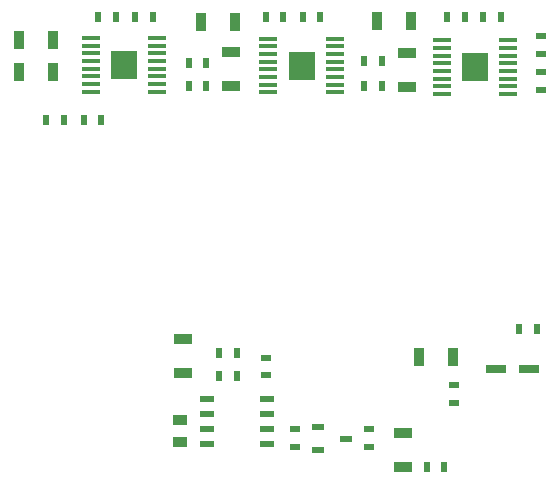
<source format=gtp>
G04 Layer_Color=8421504*
%FSLAX25Y25*%
%MOIN*%
G70*
G01*
G75*
%ADD10R,0.06299X0.03543*%
%ADD11R,0.02362X0.03543*%
%ADD12R,0.03937X0.02165*%
%ADD13R,0.09095X0.09685*%
%ADD14R,0.06299X0.01378*%
%ADD15R,0.04701X0.02201*%
%ADD16R,0.07087X0.02559*%
%ADD17R,0.05118X0.03543*%
%ADD18R,0.03543X0.02362*%
%ADD19R,0.03543X0.06299*%
D10*
X232579Y354724D02*
D03*
Y343307D02*
D03*
X234153Y469783D02*
D03*
Y481201D02*
D03*
X159252Y374606D02*
D03*
Y386024D02*
D03*
X175394Y470276D02*
D03*
Y481693D02*
D03*
D11*
X240650Y343209D02*
D03*
X246555D02*
D03*
X247441Y493209D02*
D03*
X253346D02*
D03*
X271457Y389370D02*
D03*
X277362D02*
D03*
X113878Y459055D02*
D03*
X119783D02*
D03*
X132193D02*
D03*
X126287D02*
D03*
X177461Y381398D02*
D03*
X171555D02*
D03*
X177461Y373622D02*
D03*
X171555D02*
D03*
X149311Y493110D02*
D03*
X143406D02*
D03*
X205217Y493209D02*
D03*
X199311D02*
D03*
X265453Y493110D02*
D03*
X259547D02*
D03*
X161319Y470276D02*
D03*
X167225D02*
D03*
X167224Y477953D02*
D03*
X161319D02*
D03*
X219783Y470177D02*
D03*
X225689D02*
D03*
X225689Y478642D02*
D03*
X219783D02*
D03*
X131004Y493209D02*
D03*
X136910D02*
D03*
X187002D02*
D03*
X192907D02*
D03*
D12*
X204390Y356496D02*
D03*
Y349016D02*
D03*
X213721Y352756D02*
D03*
D13*
X256693Y476575D02*
D03*
X139862Y477362D02*
D03*
X198917Y477067D02*
D03*
D14*
X245669Y485532D02*
D03*
Y482972D02*
D03*
Y480413D02*
D03*
Y477854D02*
D03*
Y475295D02*
D03*
Y472736D02*
D03*
Y470177D02*
D03*
Y467618D02*
D03*
X267717Y485532D02*
D03*
Y482972D02*
D03*
Y480413D02*
D03*
Y477854D02*
D03*
Y475295D02*
D03*
Y472736D02*
D03*
Y470177D02*
D03*
Y467618D02*
D03*
X128839Y486319D02*
D03*
Y483760D02*
D03*
Y481201D02*
D03*
Y478642D02*
D03*
Y476083D02*
D03*
Y473524D02*
D03*
Y470965D02*
D03*
Y468405D02*
D03*
X150886Y486319D02*
D03*
Y483760D02*
D03*
Y481201D02*
D03*
Y478642D02*
D03*
Y476083D02*
D03*
Y473524D02*
D03*
Y470965D02*
D03*
Y468405D02*
D03*
X209941Y468110D02*
D03*
Y470669D02*
D03*
Y473228D02*
D03*
Y475787D02*
D03*
Y478346D02*
D03*
Y480905D02*
D03*
Y483465D02*
D03*
Y486024D02*
D03*
X187894Y468110D02*
D03*
Y470669D02*
D03*
Y473228D02*
D03*
Y475787D02*
D03*
Y478346D02*
D03*
Y480905D02*
D03*
Y483465D02*
D03*
Y486024D02*
D03*
D15*
X187311Y351063D02*
D03*
Y356063D02*
D03*
Y361063D02*
D03*
Y366063D02*
D03*
X167413Y351063D02*
D03*
Y356063D02*
D03*
Y361063D02*
D03*
Y366063D02*
D03*
D16*
X263583Y375984D02*
D03*
X274606D02*
D03*
D17*
X158563Y358957D02*
D03*
Y351476D02*
D03*
D18*
X278839Y486811D02*
D03*
Y480905D02*
D03*
X196654Y355807D02*
D03*
Y349902D02*
D03*
X187008Y379725D02*
D03*
Y373819D02*
D03*
X249705Y370472D02*
D03*
Y364567D02*
D03*
X221260Y355906D02*
D03*
Y350000D02*
D03*
X278839Y468897D02*
D03*
Y474803D02*
D03*
D19*
X238091Y380020D02*
D03*
X249508D02*
D03*
X104626Y485433D02*
D03*
X116043D02*
D03*
X165354Y491634D02*
D03*
X176771D02*
D03*
X224114Y491929D02*
D03*
X235531D02*
D03*
X104626Y474803D02*
D03*
X116043D02*
D03*
M02*

</source>
